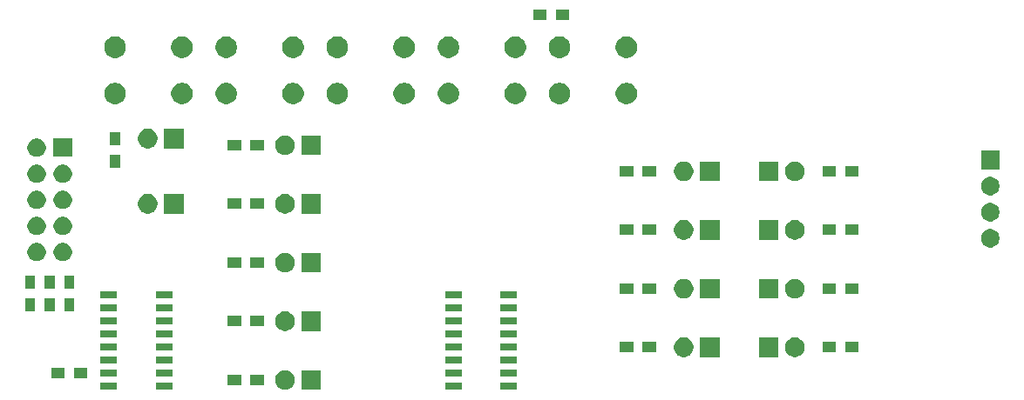
<source format=gbr>
G04 #@! TF.GenerationSoftware,KiCad,Pcbnew,(5.1.5)-3*
G04 #@! TF.CreationDate,2020-07-08T15:45:16+02:00*
G04 #@! TF.ProjectId,SBIO3,5342494f-332e-46b6-9963-61645f706362,rev?*
G04 #@! TF.SameCoordinates,Original*
G04 #@! TF.FileFunction,Soldermask,Top*
G04 #@! TF.FilePolarity,Negative*
%FSLAX46Y46*%
G04 Gerber Fmt 4.6, Leading zero omitted, Abs format (unit mm)*
G04 Created by KiCad (PCBNEW (5.1.5)-3) date 2020-07-08 15:45:16*
%MOMM*%
%LPD*%
G04 APERTURE LIST*
%ADD10C,0.100000*%
G04 APERTURE END LIST*
D10*
G36*
X89986000Y-176411000D02*
G01*
X88384000Y-176411000D01*
X88384000Y-175709000D01*
X89986000Y-175709000D01*
X89986000Y-176411000D01*
G37*
G36*
X118081000Y-176411000D02*
G01*
X116479000Y-176411000D01*
X116479000Y-175709000D01*
X118081000Y-175709000D01*
X118081000Y-176411000D01*
G37*
G36*
X123481000Y-176411000D02*
G01*
X121879000Y-176411000D01*
X121879000Y-175709000D01*
X123481000Y-175709000D01*
X123481000Y-176411000D01*
G37*
G36*
X84586000Y-176411000D02*
G01*
X82984000Y-176411000D01*
X82984000Y-175709000D01*
X84586000Y-175709000D01*
X84586000Y-176411000D01*
G37*
G36*
X104421000Y-176376000D02*
G01*
X102519000Y-176376000D01*
X102519000Y-174474000D01*
X104421000Y-174474000D01*
X104421000Y-176376000D01*
G37*
G36*
X101207395Y-174510546D02*
G01*
X101380466Y-174582234D01*
X101380467Y-174582235D01*
X101536227Y-174686310D01*
X101668690Y-174818773D01*
X101668691Y-174818775D01*
X101772766Y-174974534D01*
X101844454Y-175147605D01*
X101881000Y-175331333D01*
X101881000Y-175518667D01*
X101844454Y-175702395D01*
X101772766Y-175875466D01*
X101772765Y-175875467D01*
X101668690Y-176031227D01*
X101536227Y-176163690D01*
X101457818Y-176216081D01*
X101380466Y-176267766D01*
X101207395Y-176339454D01*
X101023667Y-176376000D01*
X100836333Y-176376000D01*
X100652605Y-176339454D01*
X100479534Y-176267766D01*
X100402182Y-176216081D01*
X100323773Y-176163690D01*
X100191310Y-176031227D01*
X100087235Y-175875467D01*
X100087234Y-175875466D01*
X100015546Y-175702395D01*
X99979000Y-175518667D01*
X99979000Y-175331333D01*
X100015546Y-175147605D01*
X100087234Y-174974534D01*
X100191309Y-174818775D01*
X100191310Y-174818773D01*
X100323773Y-174686310D01*
X100479533Y-174582235D01*
X100479534Y-174582234D01*
X100652605Y-174510546D01*
X100836333Y-174474000D01*
X101023667Y-174474000D01*
X101207395Y-174510546D01*
G37*
G36*
X98871000Y-175926000D02*
G01*
X97569000Y-175926000D01*
X97569000Y-174924000D01*
X98871000Y-174924000D01*
X98871000Y-175926000D01*
G37*
G36*
X96671000Y-175926000D02*
G01*
X95369000Y-175926000D01*
X95369000Y-174924000D01*
X96671000Y-174924000D01*
X96671000Y-175926000D01*
G37*
G36*
X79526000Y-175291000D02*
G01*
X78224000Y-175291000D01*
X78224000Y-174289000D01*
X79526000Y-174289000D01*
X79526000Y-175291000D01*
G37*
G36*
X81726000Y-175291000D02*
G01*
X80424000Y-175291000D01*
X80424000Y-174289000D01*
X81726000Y-174289000D01*
X81726000Y-175291000D01*
G37*
G36*
X84586000Y-175141000D02*
G01*
X82984000Y-175141000D01*
X82984000Y-174439000D01*
X84586000Y-174439000D01*
X84586000Y-175141000D01*
G37*
G36*
X123481000Y-175141000D02*
G01*
X121879000Y-175141000D01*
X121879000Y-174439000D01*
X123481000Y-174439000D01*
X123481000Y-175141000D01*
G37*
G36*
X118081000Y-175141000D02*
G01*
X116479000Y-175141000D01*
X116479000Y-174439000D01*
X118081000Y-174439000D01*
X118081000Y-175141000D01*
G37*
G36*
X89986000Y-175141000D02*
G01*
X88384000Y-175141000D01*
X88384000Y-174439000D01*
X89986000Y-174439000D01*
X89986000Y-175141000D01*
G37*
G36*
X84586000Y-173871000D02*
G01*
X82984000Y-173871000D01*
X82984000Y-173169000D01*
X84586000Y-173169000D01*
X84586000Y-173871000D01*
G37*
G36*
X123481000Y-173871000D02*
G01*
X121879000Y-173871000D01*
X121879000Y-173169000D01*
X123481000Y-173169000D01*
X123481000Y-173871000D01*
G37*
G36*
X118081000Y-173871000D02*
G01*
X116479000Y-173871000D01*
X116479000Y-173169000D01*
X118081000Y-173169000D01*
X118081000Y-173871000D01*
G37*
G36*
X89986000Y-173871000D02*
G01*
X88384000Y-173871000D01*
X88384000Y-173169000D01*
X89986000Y-173169000D01*
X89986000Y-173871000D01*
G37*
G36*
X143156000Y-173201000D02*
G01*
X141254000Y-173201000D01*
X141254000Y-171299000D01*
X143156000Y-171299000D01*
X143156000Y-173201000D01*
G37*
G36*
X139942395Y-171335546D02*
G01*
X140115466Y-171407234D01*
X140115467Y-171407235D01*
X140271227Y-171511310D01*
X140403690Y-171643773D01*
X140403691Y-171643775D01*
X140507766Y-171799534D01*
X140579454Y-171972605D01*
X140616000Y-172156333D01*
X140616000Y-172343667D01*
X140579454Y-172527395D01*
X140507766Y-172700466D01*
X140507765Y-172700467D01*
X140403690Y-172856227D01*
X140271227Y-172988690D01*
X140192818Y-173041081D01*
X140115466Y-173092766D01*
X139942395Y-173164454D01*
X139758667Y-173201000D01*
X139571333Y-173201000D01*
X139387605Y-173164454D01*
X139214534Y-173092766D01*
X139137182Y-173041081D01*
X139058773Y-172988690D01*
X138926310Y-172856227D01*
X138822235Y-172700467D01*
X138822234Y-172700466D01*
X138750546Y-172527395D01*
X138714000Y-172343667D01*
X138714000Y-172156333D01*
X138750546Y-171972605D01*
X138822234Y-171799534D01*
X138926309Y-171643775D01*
X138926310Y-171643773D01*
X139058773Y-171511310D01*
X139214533Y-171407235D01*
X139214534Y-171407234D01*
X139387605Y-171335546D01*
X139571333Y-171299000D01*
X139758667Y-171299000D01*
X139942395Y-171335546D01*
G37*
G36*
X148871000Y-173201000D02*
G01*
X146969000Y-173201000D01*
X146969000Y-171299000D01*
X148871000Y-171299000D01*
X148871000Y-173201000D01*
G37*
G36*
X150737395Y-171335546D02*
G01*
X150910466Y-171407234D01*
X150910467Y-171407235D01*
X151066227Y-171511310D01*
X151198690Y-171643773D01*
X151198691Y-171643775D01*
X151302766Y-171799534D01*
X151374454Y-171972605D01*
X151411000Y-172156333D01*
X151411000Y-172343667D01*
X151374454Y-172527395D01*
X151302766Y-172700466D01*
X151302765Y-172700467D01*
X151198690Y-172856227D01*
X151066227Y-172988690D01*
X150987818Y-173041081D01*
X150910466Y-173092766D01*
X150737395Y-173164454D01*
X150553667Y-173201000D01*
X150366333Y-173201000D01*
X150182605Y-173164454D01*
X150009534Y-173092766D01*
X149932182Y-173041081D01*
X149853773Y-172988690D01*
X149721310Y-172856227D01*
X149617235Y-172700467D01*
X149617234Y-172700466D01*
X149545546Y-172527395D01*
X149509000Y-172343667D01*
X149509000Y-172156333D01*
X149545546Y-171972605D01*
X149617234Y-171799534D01*
X149721309Y-171643775D01*
X149721310Y-171643773D01*
X149853773Y-171511310D01*
X150009533Y-171407235D01*
X150009534Y-171407234D01*
X150182605Y-171335546D01*
X150366333Y-171299000D01*
X150553667Y-171299000D01*
X150737395Y-171335546D01*
G37*
G36*
X154456000Y-172751000D02*
G01*
X153154000Y-172751000D01*
X153154000Y-171749000D01*
X154456000Y-171749000D01*
X154456000Y-172751000D01*
G37*
G36*
X136971000Y-172751000D02*
G01*
X135669000Y-172751000D01*
X135669000Y-171749000D01*
X136971000Y-171749000D01*
X136971000Y-172751000D01*
G37*
G36*
X134771000Y-172751000D02*
G01*
X133469000Y-172751000D01*
X133469000Y-171749000D01*
X134771000Y-171749000D01*
X134771000Y-172751000D01*
G37*
G36*
X156656000Y-172751000D02*
G01*
X155354000Y-172751000D01*
X155354000Y-171749000D01*
X156656000Y-171749000D01*
X156656000Y-172751000D01*
G37*
G36*
X84586000Y-172601000D02*
G01*
X82984000Y-172601000D01*
X82984000Y-171899000D01*
X84586000Y-171899000D01*
X84586000Y-172601000D01*
G37*
G36*
X89986000Y-172601000D02*
G01*
X88384000Y-172601000D01*
X88384000Y-171899000D01*
X89986000Y-171899000D01*
X89986000Y-172601000D01*
G37*
G36*
X123481000Y-172601000D02*
G01*
X121879000Y-172601000D01*
X121879000Y-171899000D01*
X123481000Y-171899000D01*
X123481000Y-172601000D01*
G37*
G36*
X118081000Y-172601000D02*
G01*
X116479000Y-172601000D01*
X116479000Y-171899000D01*
X118081000Y-171899000D01*
X118081000Y-172601000D01*
G37*
G36*
X118081000Y-171331000D02*
G01*
X116479000Y-171331000D01*
X116479000Y-170629000D01*
X118081000Y-170629000D01*
X118081000Y-171331000D01*
G37*
G36*
X123481000Y-171331000D02*
G01*
X121879000Y-171331000D01*
X121879000Y-170629000D01*
X123481000Y-170629000D01*
X123481000Y-171331000D01*
G37*
G36*
X84586000Y-171331000D02*
G01*
X82984000Y-171331000D01*
X82984000Y-170629000D01*
X84586000Y-170629000D01*
X84586000Y-171331000D01*
G37*
G36*
X89986000Y-171331000D02*
G01*
X88384000Y-171331000D01*
X88384000Y-170629000D01*
X89986000Y-170629000D01*
X89986000Y-171331000D01*
G37*
G36*
X104421000Y-170661000D02*
G01*
X102519000Y-170661000D01*
X102519000Y-168759000D01*
X104421000Y-168759000D01*
X104421000Y-170661000D01*
G37*
G36*
X101207395Y-168795546D02*
G01*
X101380466Y-168867234D01*
X101380467Y-168867235D01*
X101536227Y-168971310D01*
X101668690Y-169103773D01*
X101668691Y-169103775D01*
X101772766Y-169259534D01*
X101844454Y-169432605D01*
X101881000Y-169616333D01*
X101881000Y-169803667D01*
X101844454Y-169987395D01*
X101772766Y-170160466D01*
X101772765Y-170160467D01*
X101668690Y-170316227D01*
X101536227Y-170448690D01*
X101457818Y-170501081D01*
X101380466Y-170552766D01*
X101207395Y-170624454D01*
X101023667Y-170661000D01*
X100836333Y-170661000D01*
X100652605Y-170624454D01*
X100479534Y-170552766D01*
X100402182Y-170501081D01*
X100323773Y-170448690D01*
X100191310Y-170316227D01*
X100087235Y-170160467D01*
X100087234Y-170160466D01*
X100015546Y-169987395D01*
X99979000Y-169803667D01*
X99979000Y-169616333D01*
X100015546Y-169432605D01*
X100087234Y-169259534D01*
X100191309Y-169103775D01*
X100191310Y-169103773D01*
X100323773Y-168971310D01*
X100479533Y-168867235D01*
X100479534Y-168867234D01*
X100652605Y-168795546D01*
X100836333Y-168759000D01*
X101023667Y-168759000D01*
X101207395Y-168795546D01*
G37*
G36*
X98871000Y-170211000D02*
G01*
X97569000Y-170211000D01*
X97569000Y-169209000D01*
X98871000Y-169209000D01*
X98871000Y-170211000D01*
G37*
G36*
X96671000Y-170211000D02*
G01*
X95369000Y-170211000D01*
X95369000Y-169209000D01*
X96671000Y-169209000D01*
X96671000Y-170211000D01*
G37*
G36*
X118081000Y-170061000D02*
G01*
X116479000Y-170061000D01*
X116479000Y-169359000D01*
X118081000Y-169359000D01*
X118081000Y-170061000D01*
G37*
G36*
X84586000Y-170061000D02*
G01*
X82984000Y-170061000D01*
X82984000Y-169359000D01*
X84586000Y-169359000D01*
X84586000Y-170061000D01*
G37*
G36*
X89986000Y-170061000D02*
G01*
X88384000Y-170061000D01*
X88384000Y-169359000D01*
X89986000Y-169359000D01*
X89986000Y-170061000D01*
G37*
G36*
X123481000Y-170061000D02*
G01*
X121879000Y-170061000D01*
X121879000Y-169359000D01*
X123481000Y-169359000D01*
X123481000Y-170061000D01*
G37*
G36*
X84586000Y-168791000D02*
G01*
X82984000Y-168791000D01*
X82984000Y-168089000D01*
X84586000Y-168089000D01*
X84586000Y-168791000D01*
G37*
G36*
X123481000Y-168791000D02*
G01*
X121879000Y-168791000D01*
X121879000Y-168089000D01*
X123481000Y-168089000D01*
X123481000Y-168791000D01*
G37*
G36*
X118081000Y-168791000D02*
G01*
X116479000Y-168791000D01*
X116479000Y-168089000D01*
X118081000Y-168089000D01*
X118081000Y-168791000D01*
G37*
G36*
X89986000Y-168791000D02*
G01*
X88384000Y-168791000D01*
X88384000Y-168089000D01*
X89986000Y-168089000D01*
X89986000Y-168791000D01*
G37*
G36*
X78571000Y-168751000D02*
G01*
X77569000Y-168751000D01*
X77569000Y-167449000D01*
X78571000Y-167449000D01*
X78571000Y-168751000D01*
G37*
G36*
X80476000Y-168751000D02*
G01*
X79474000Y-168751000D01*
X79474000Y-167449000D01*
X80476000Y-167449000D01*
X80476000Y-168751000D01*
G37*
G36*
X76666000Y-168751000D02*
G01*
X75664000Y-168751000D01*
X75664000Y-167449000D01*
X76666000Y-167449000D01*
X76666000Y-168751000D01*
G37*
G36*
X89986000Y-167521000D02*
G01*
X88384000Y-167521000D01*
X88384000Y-166819000D01*
X89986000Y-166819000D01*
X89986000Y-167521000D01*
G37*
G36*
X118081000Y-167521000D02*
G01*
X116479000Y-167521000D01*
X116479000Y-166819000D01*
X118081000Y-166819000D01*
X118081000Y-167521000D01*
G37*
G36*
X84586000Y-167521000D02*
G01*
X82984000Y-167521000D01*
X82984000Y-166819000D01*
X84586000Y-166819000D01*
X84586000Y-167521000D01*
G37*
G36*
X123481000Y-167521000D02*
G01*
X121879000Y-167521000D01*
X121879000Y-166819000D01*
X123481000Y-166819000D01*
X123481000Y-167521000D01*
G37*
G36*
X150737395Y-165620546D02*
G01*
X150910466Y-165692234D01*
X150910467Y-165692235D01*
X151066227Y-165796310D01*
X151198690Y-165928773D01*
X151198691Y-165928775D01*
X151302766Y-166084534D01*
X151374454Y-166257605D01*
X151411000Y-166441333D01*
X151411000Y-166628667D01*
X151374454Y-166812395D01*
X151302766Y-166985466D01*
X151302765Y-166985467D01*
X151198690Y-167141227D01*
X151066227Y-167273690D01*
X150987818Y-167326081D01*
X150910466Y-167377766D01*
X150737395Y-167449454D01*
X150553667Y-167486000D01*
X150366333Y-167486000D01*
X150182605Y-167449454D01*
X150009534Y-167377766D01*
X149932182Y-167326081D01*
X149853773Y-167273690D01*
X149721310Y-167141227D01*
X149617235Y-166985467D01*
X149617234Y-166985466D01*
X149545546Y-166812395D01*
X149509000Y-166628667D01*
X149509000Y-166441333D01*
X149545546Y-166257605D01*
X149617234Y-166084534D01*
X149721309Y-165928775D01*
X149721310Y-165928773D01*
X149853773Y-165796310D01*
X150009533Y-165692235D01*
X150009534Y-165692234D01*
X150182605Y-165620546D01*
X150366333Y-165584000D01*
X150553667Y-165584000D01*
X150737395Y-165620546D01*
G37*
G36*
X139942395Y-165620546D02*
G01*
X140115466Y-165692234D01*
X140115467Y-165692235D01*
X140271227Y-165796310D01*
X140403690Y-165928773D01*
X140403691Y-165928775D01*
X140507766Y-166084534D01*
X140579454Y-166257605D01*
X140616000Y-166441333D01*
X140616000Y-166628667D01*
X140579454Y-166812395D01*
X140507766Y-166985466D01*
X140507765Y-166985467D01*
X140403690Y-167141227D01*
X140271227Y-167273690D01*
X140192818Y-167326081D01*
X140115466Y-167377766D01*
X139942395Y-167449454D01*
X139758667Y-167486000D01*
X139571333Y-167486000D01*
X139387605Y-167449454D01*
X139214534Y-167377766D01*
X139137182Y-167326081D01*
X139058773Y-167273690D01*
X138926310Y-167141227D01*
X138822235Y-166985467D01*
X138822234Y-166985466D01*
X138750546Y-166812395D01*
X138714000Y-166628667D01*
X138714000Y-166441333D01*
X138750546Y-166257605D01*
X138822234Y-166084534D01*
X138926309Y-165928775D01*
X138926310Y-165928773D01*
X139058773Y-165796310D01*
X139214533Y-165692235D01*
X139214534Y-165692234D01*
X139387605Y-165620546D01*
X139571333Y-165584000D01*
X139758667Y-165584000D01*
X139942395Y-165620546D01*
G37*
G36*
X143156000Y-167486000D02*
G01*
X141254000Y-167486000D01*
X141254000Y-165584000D01*
X143156000Y-165584000D01*
X143156000Y-167486000D01*
G37*
G36*
X148871000Y-167486000D02*
G01*
X146969000Y-167486000D01*
X146969000Y-165584000D01*
X148871000Y-165584000D01*
X148871000Y-167486000D01*
G37*
G36*
X134771000Y-167036000D02*
G01*
X133469000Y-167036000D01*
X133469000Y-166034000D01*
X134771000Y-166034000D01*
X134771000Y-167036000D01*
G37*
G36*
X136971000Y-167036000D02*
G01*
X135669000Y-167036000D01*
X135669000Y-166034000D01*
X136971000Y-166034000D01*
X136971000Y-167036000D01*
G37*
G36*
X156656000Y-167036000D02*
G01*
X155354000Y-167036000D01*
X155354000Y-166034000D01*
X156656000Y-166034000D01*
X156656000Y-167036000D01*
G37*
G36*
X154456000Y-167036000D02*
G01*
X153154000Y-167036000D01*
X153154000Y-166034000D01*
X154456000Y-166034000D01*
X154456000Y-167036000D01*
G37*
G36*
X78571000Y-166551000D02*
G01*
X77569000Y-166551000D01*
X77569000Y-165249000D01*
X78571000Y-165249000D01*
X78571000Y-166551000D01*
G37*
G36*
X76666000Y-166551000D02*
G01*
X75664000Y-166551000D01*
X75664000Y-165249000D01*
X76666000Y-165249000D01*
X76666000Y-166551000D01*
G37*
G36*
X80476000Y-166551000D02*
G01*
X79474000Y-166551000D01*
X79474000Y-165249000D01*
X80476000Y-165249000D01*
X80476000Y-166551000D01*
G37*
G36*
X104421000Y-164946000D02*
G01*
X102519000Y-164946000D01*
X102519000Y-163044000D01*
X104421000Y-163044000D01*
X104421000Y-164946000D01*
G37*
G36*
X101207395Y-163080546D02*
G01*
X101380466Y-163152234D01*
X101380467Y-163152235D01*
X101536227Y-163256310D01*
X101668690Y-163388773D01*
X101668691Y-163388775D01*
X101772766Y-163544534D01*
X101844454Y-163717605D01*
X101881000Y-163901333D01*
X101881000Y-164088667D01*
X101844454Y-164272395D01*
X101772766Y-164445466D01*
X101772765Y-164445467D01*
X101668690Y-164601227D01*
X101536227Y-164733690D01*
X101457818Y-164786081D01*
X101380466Y-164837766D01*
X101207395Y-164909454D01*
X101023667Y-164946000D01*
X100836333Y-164946000D01*
X100652605Y-164909454D01*
X100479534Y-164837766D01*
X100402182Y-164786081D01*
X100323773Y-164733690D01*
X100191310Y-164601227D01*
X100087235Y-164445467D01*
X100087234Y-164445466D01*
X100015546Y-164272395D01*
X99979000Y-164088667D01*
X99979000Y-163901333D01*
X100015546Y-163717605D01*
X100087234Y-163544534D01*
X100191309Y-163388775D01*
X100191310Y-163388773D01*
X100323773Y-163256310D01*
X100479533Y-163152235D01*
X100479534Y-163152234D01*
X100652605Y-163080546D01*
X100836333Y-163044000D01*
X101023667Y-163044000D01*
X101207395Y-163080546D01*
G37*
G36*
X98871000Y-164496000D02*
G01*
X97569000Y-164496000D01*
X97569000Y-163494000D01*
X98871000Y-163494000D01*
X98871000Y-164496000D01*
G37*
G36*
X96671000Y-164496000D02*
G01*
X95369000Y-164496000D01*
X95369000Y-163494000D01*
X96671000Y-163494000D01*
X96671000Y-164496000D01*
G37*
G36*
X79453512Y-162082927D02*
G01*
X79602812Y-162112624D01*
X79766784Y-162180544D01*
X79914354Y-162279147D01*
X80039853Y-162404646D01*
X80138456Y-162552216D01*
X80206376Y-162716188D01*
X80241000Y-162890259D01*
X80241000Y-163067741D01*
X80206376Y-163241812D01*
X80138456Y-163405784D01*
X80039853Y-163553354D01*
X79914354Y-163678853D01*
X79766784Y-163777456D01*
X79602812Y-163845376D01*
X79453512Y-163875073D01*
X79428742Y-163880000D01*
X79251258Y-163880000D01*
X79226488Y-163875073D01*
X79077188Y-163845376D01*
X78913216Y-163777456D01*
X78765646Y-163678853D01*
X78640147Y-163553354D01*
X78541544Y-163405784D01*
X78473624Y-163241812D01*
X78439000Y-163067741D01*
X78439000Y-162890259D01*
X78473624Y-162716188D01*
X78541544Y-162552216D01*
X78640147Y-162404646D01*
X78765646Y-162279147D01*
X78913216Y-162180544D01*
X79077188Y-162112624D01*
X79226488Y-162082927D01*
X79251258Y-162078000D01*
X79428742Y-162078000D01*
X79453512Y-162082927D01*
G37*
G36*
X76913512Y-162082927D02*
G01*
X77062812Y-162112624D01*
X77226784Y-162180544D01*
X77374354Y-162279147D01*
X77499853Y-162404646D01*
X77598456Y-162552216D01*
X77666376Y-162716188D01*
X77701000Y-162890259D01*
X77701000Y-163067741D01*
X77666376Y-163241812D01*
X77598456Y-163405784D01*
X77499853Y-163553354D01*
X77374354Y-163678853D01*
X77226784Y-163777456D01*
X77062812Y-163845376D01*
X76913512Y-163875073D01*
X76888742Y-163880000D01*
X76711258Y-163880000D01*
X76686488Y-163875073D01*
X76537188Y-163845376D01*
X76373216Y-163777456D01*
X76225646Y-163678853D01*
X76100147Y-163553354D01*
X76001544Y-163405784D01*
X75933624Y-163241812D01*
X75899000Y-163067741D01*
X75899000Y-162890259D01*
X75933624Y-162716188D01*
X76001544Y-162552216D01*
X76100147Y-162404646D01*
X76225646Y-162279147D01*
X76373216Y-162180544D01*
X76537188Y-162112624D01*
X76686488Y-162082927D01*
X76711258Y-162078000D01*
X76888742Y-162078000D01*
X76913512Y-162082927D01*
G37*
G36*
X169560012Y-160749427D02*
G01*
X169709312Y-160779124D01*
X169873284Y-160847044D01*
X170020854Y-160945647D01*
X170146353Y-161071146D01*
X170244956Y-161218716D01*
X170312876Y-161382688D01*
X170347500Y-161556759D01*
X170347500Y-161734241D01*
X170312876Y-161908312D01*
X170244956Y-162072284D01*
X170146353Y-162219854D01*
X170020854Y-162345353D01*
X169873284Y-162443956D01*
X169709312Y-162511876D01*
X169560012Y-162541573D01*
X169535242Y-162546500D01*
X169357758Y-162546500D01*
X169332988Y-162541573D01*
X169183688Y-162511876D01*
X169019716Y-162443956D01*
X168872146Y-162345353D01*
X168746647Y-162219854D01*
X168648044Y-162072284D01*
X168580124Y-161908312D01*
X168545500Y-161734241D01*
X168545500Y-161556759D01*
X168580124Y-161382688D01*
X168648044Y-161218716D01*
X168746647Y-161071146D01*
X168872146Y-160945647D01*
X169019716Y-160847044D01*
X169183688Y-160779124D01*
X169332988Y-160749427D01*
X169357758Y-160744500D01*
X169535242Y-160744500D01*
X169560012Y-160749427D01*
G37*
G36*
X139942395Y-159905546D02*
G01*
X140115466Y-159977234D01*
X140167820Y-160012216D01*
X140271227Y-160081310D01*
X140403690Y-160213773D01*
X140403691Y-160213775D01*
X140507766Y-160369534D01*
X140579454Y-160542605D01*
X140616000Y-160726333D01*
X140616000Y-160913667D01*
X140579454Y-161097395D01*
X140507766Y-161270466D01*
X140484440Y-161305376D01*
X140403690Y-161426227D01*
X140271227Y-161558690D01*
X140192818Y-161611081D01*
X140115466Y-161662766D01*
X139942395Y-161734454D01*
X139758667Y-161771000D01*
X139571333Y-161771000D01*
X139387605Y-161734454D01*
X139214534Y-161662766D01*
X139137182Y-161611081D01*
X139058773Y-161558690D01*
X138926310Y-161426227D01*
X138845560Y-161305376D01*
X138822234Y-161270466D01*
X138750546Y-161097395D01*
X138714000Y-160913667D01*
X138714000Y-160726333D01*
X138750546Y-160542605D01*
X138822234Y-160369534D01*
X138926309Y-160213775D01*
X138926310Y-160213773D01*
X139058773Y-160081310D01*
X139162180Y-160012216D01*
X139214534Y-159977234D01*
X139387605Y-159905546D01*
X139571333Y-159869000D01*
X139758667Y-159869000D01*
X139942395Y-159905546D01*
G37*
G36*
X143156000Y-161771000D02*
G01*
X141254000Y-161771000D01*
X141254000Y-159869000D01*
X143156000Y-159869000D01*
X143156000Y-161771000D01*
G37*
G36*
X148871000Y-161771000D02*
G01*
X146969000Y-161771000D01*
X146969000Y-159869000D01*
X148871000Y-159869000D01*
X148871000Y-161771000D01*
G37*
G36*
X150737395Y-159905546D02*
G01*
X150910466Y-159977234D01*
X150962820Y-160012216D01*
X151066227Y-160081310D01*
X151198690Y-160213773D01*
X151198691Y-160213775D01*
X151302766Y-160369534D01*
X151374454Y-160542605D01*
X151411000Y-160726333D01*
X151411000Y-160913667D01*
X151374454Y-161097395D01*
X151302766Y-161270466D01*
X151279440Y-161305376D01*
X151198690Y-161426227D01*
X151066227Y-161558690D01*
X150987818Y-161611081D01*
X150910466Y-161662766D01*
X150737395Y-161734454D01*
X150553667Y-161771000D01*
X150366333Y-161771000D01*
X150182605Y-161734454D01*
X150009534Y-161662766D01*
X149932182Y-161611081D01*
X149853773Y-161558690D01*
X149721310Y-161426227D01*
X149640560Y-161305376D01*
X149617234Y-161270466D01*
X149545546Y-161097395D01*
X149509000Y-160913667D01*
X149509000Y-160726333D01*
X149545546Y-160542605D01*
X149617234Y-160369534D01*
X149721309Y-160213775D01*
X149721310Y-160213773D01*
X149853773Y-160081310D01*
X149957180Y-160012216D01*
X150009534Y-159977234D01*
X150182605Y-159905546D01*
X150366333Y-159869000D01*
X150553667Y-159869000D01*
X150737395Y-159905546D01*
G37*
G36*
X76913512Y-159542927D02*
G01*
X77062812Y-159572624D01*
X77226784Y-159640544D01*
X77374354Y-159739147D01*
X77499853Y-159864646D01*
X77598456Y-160012216D01*
X77666376Y-160176188D01*
X77694782Y-160319000D01*
X77701000Y-160350258D01*
X77701000Y-160527742D01*
X77696073Y-160552512D01*
X77666376Y-160701812D01*
X77598456Y-160865784D01*
X77499853Y-161013354D01*
X77374354Y-161138853D01*
X77226784Y-161237456D01*
X77062812Y-161305376D01*
X76913512Y-161335073D01*
X76888742Y-161340000D01*
X76711258Y-161340000D01*
X76686488Y-161335073D01*
X76537188Y-161305376D01*
X76373216Y-161237456D01*
X76225646Y-161138853D01*
X76100147Y-161013354D01*
X76001544Y-160865784D01*
X75933624Y-160701812D01*
X75903927Y-160552512D01*
X75899000Y-160527742D01*
X75899000Y-160350258D01*
X75905218Y-160319000D01*
X75933624Y-160176188D01*
X76001544Y-160012216D01*
X76100147Y-159864646D01*
X76225646Y-159739147D01*
X76373216Y-159640544D01*
X76537188Y-159572624D01*
X76686488Y-159542927D01*
X76711258Y-159538000D01*
X76888742Y-159538000D01*
X76913512Y-159542927D01*
G37*
G36*
X79453512Y-159542927D02*
G01*
X79602812Y-159572624D01*
X79766784Y-159640544D01*
X79914354Y-159739147D01*
X80039853Y-159864646D01*
X80138456Y-160012216D01*
X80206376Y-160176188D01*
X80234782Y-160319000D01*
X80241000Y-160350258D01*
X80241000Y-160527742D01*
X80236073Y-160552512D01*
X80206376Y-160701812D01*
X80138456Y-160865784D01*
X80039853Y-161013354D01*
X79914354Y-161138853D01*
X79766784Y-161237456D01*
X79602812Y-161305376D01*
X79453512Y-161335073D01*
X79428742Y-161340000D01*
X79251258Y-161340000D01*
X79226488Y-161335073D01*
X79077188Y-161305376D01*
X78913216Y-161237456D01*
X78765646Y-161138853D01*
X78640147Y-161013354D01*
X78541544Y-160865784D01*
X78473624Y-160701812D01*
X78443927Y-160552512D01*
X78439000Y-160527742D01*
X78439000Y-160350258D01*
X78445218Y-160319000D01*
X78473624Y-160176188D01*
X78541544Y-160012216D01*
X78640147Y-159864646D01*
X78765646Y-159739147D01*
X78913216Y-159640544D01*
X79077188Y-159572624D01*
X79226488Y-159542927D01*
X79251258Y-159538000D01*
X79428742Y-159538000D01*
X79453512Y-159542927D01*
G37*
G36*
X154456000Y-161321000D02*
G01*
X153154000Y-161321000D01*
X153154000Y-160319000D01*
X154456000Y-160319000D01*
X154456000Y-161321000D01*
G37*
G36*
X156656000Y-161321000D02*
G01*
X155354000Y-161321000D01*
X155354000Y-160319000D01*
X156656000Y-160319000D01*
X156656000Y-161321000D01*
G37*
G36*
X134771000Y-161321000D02*
G01*
X133469000Y-161321000D01*
X133469000Y-160319000D01*
X134771000Y-160319000D01*
X134771000Y-161321000D01*
G37*
G36*
X136971000Y-161321000D02*
G01*
X135669000Y-161321000D01*
X135669000Y-160319000D01*
X136971000Y-160319000D01*
X136971000Y-161321000D01*
G37*
G36*
X169560012Y-158209427D02*
G01*
X169709312Y-158239124D01*
X169873284Y-158307044D01*
X170020854Y-158405647D01*
X170146353Y-158531146D01*
X170244956Y-158678716D01*
X170312876Y-158842688D01*
X170347500Y-159016759D01*
X170347500Y-159194241D01*
X170312876Y-159368312D01*
X170244956Y-159532284D01*
X170146353Y-159679854D01*
X170020854Y-159805353D01*
X169873284Y-159903956D01*
X169709312Y-159971876D01*
X169560012Y-160001573D01*
X169535242Y-160006500D01*
X169357758Y-160006500D01*
X169332988Y-160001573D01*
X169183688Y-159971876D01*
X169019716Y-159903956D01*
X168872146Y-159805353D01*
X168746647Y-159679854D01*
X168648044Y-159532284D01*
X168580124Y-159368312D01*
X168545500Y-159194241D01*
X168545500Y-159016759D01*
X168580124Y-158842688D01*
X168648044Y-158678716D01*
X168746647Y-158531146D01*
X168872146Y-158405647D01*
X169019716Y-158307044D01*
X169183688Y-158239124D01*
X169332988Y-158209427D01*
X169357758Y-158204500D01*
X169535242Y-158204500D01*
X169560012Y-158209427D01*
G37*
G36*
X101207395Y-157365546D02*
G01*
X101380466Y-157437234D01*
X101432820Y-157472216D01*
X101536227Y-157541310D01*
X101668690Y-157673773D01*
X101668691Y-157673775D01*
X101772766Y-157829534D01*
X101844454Y-158002605D01*
X101881000Y-158186333D01*
X101881000Y-158373667D01*
X101844454Y-158557395D01*
X101772766Y-158730466D01*
X101749440Y-158765376D01*
X101668690Y-158886227D01*
X101536227Y-159018690D01*
X101457818Y-159071081D01*
X101380466Y-159122766D01*
X101207395Y-159194454D01*
X101023667Y-159231000D01*
X100836333Y-159231000D01*
X100652605Y-159194454D01*
X100479534Y-159122766D01*
X100402182Y-159071081D01*
X100323773Y-159018690D01*
X100191310Y-158886227D01*
X100110560Y-158765376D01*
X100087234Y-158730466D01*
X100015546Y-158557395D01*
X99979000Y-158373667D01*
X99979000Y-158186333D01*
X100015546Y-158002605D01*
X100087234Y-157829534D01*
X100191309Y-157673775D01*
X100191310Y-157673773D01*
X100323773Y-157541310D01*
X100427180Y-157472216D01*
X100479534Y-157437234D01*
X100652605Y-157365546D01*
X100836333Y-157329000D01*
X101023667Y-157329000D01*
X101207395Y-157365546D01*
G37*
G36*
X87872395Y-157365546D02*
G01*
X88045466Y-157437234D01*
X88097820Y-157472216D01*
X88201227Y-157541310D01*
X88333690Y-157673773D01*
X88333691Y-157673775D01*
X88437766Y-157829534D01*
X88509454Y-158002605D01*
X88546000Y-158186333D01*
X88546000Y-158373667D01*
X88509454Y-158557395D01*
X88437766Y-158730466D01*
X88414440Y-158765376D01*
X88333690Y-158886227D01*
X88201227Y-159018690D01*
X88122818Y-159071081D01*
X88045466Y-159122766D01*
X87872395Y-159194454D01*
X87688667Y-159231000D01*
X87501333Y-159231000D01*
X87317605Y-159194454D01*
X87144534Y-159122766D01*
X87067182Y-159071081D01*
X86988773Y-159018690D01*
X86856310Y-158886227D01*
X86775560Y-158765376D01*
X86752234Y-158730466D01*
X86680546Y-158557395D01*
X86644000Y-158373667D01*
X86644000Y-158186333D01*
X86680546Y-158002605D01*
X86752234Y-157829534D01*
X86856309Y-157673775D01*
X86856310Y-157673773D01*
X86988773Y-157541310D01*
X87092180Y-157472216D01*
X87144534Y-157437234D01*
X87317605Y-157365546D01*
X87501333Y-157329000D01*
X87688667Y-157329000D01*
X87872395Y-157365546D01*
G37*
G36*
X91086000Y-159231000D02*
G01*
X89184000Y-159231000D01*
X89184000Y-157329000D01*
X91086000Y-157329000D01*
X91086000Y-159231000D01*
G37*
G36*
X104421000Y-159231000D02*
G01*
X102519000Y-159231000D01*
X102519000Y-157329000D01*
X104421000Y-157329000D01*
X104421000Y-159231000D01*
G37*
G36*
X79453512Y-157002927D02*
G01*
X79602812Y-157032624D01*
X79766784Y-157100544D01*
X79914354Y-157199147D01*
X80039853Y-157324646D01*
X80138456Y-157472216D01*
X80206376Y-157636188D01*
X80234782Y-157779000D01*
X80241000Y-157810258D01*
X80241000Y-157987742D01*
X80236073Y-158012512D01*
X80206376Y-158161812D01*
X80138456Y-158325784D01*
X80039853Y-158473354D01*
X79914354Y-158598853D01*
X79766784Y-158697456D01*
X79602812Y-158765376D01*
X79453512Y-158795073D01*
X79428742Y-158800000D01*
X79251258Y-158800000D01*
X79226488Y-158795073D01*
X79077188Y-158765376D01*
X78913216Y-158697456D01*
X78765646Y-158598853D01*
X78640147Y-158473354D01*
X78541544Y-158325784D01*
X78473624Y-158161812D01*
X78443927Y-158012512D01*
X78439000Y-157987742D01*
X78439000Y-157810258D01*
X78445218Y-157779000D01*
X78473624Y-157636188D01*
X78541544Y-157472216D01*
X78640147Y-157324646D01*
X78765646Y-157199147D01*
X78913216Y-157100544D01*
X79077188Y-157032624D01*
X79226488Y-157002927D01*
X79251258Y-156998000D01*
X79428742Y-156998000D01*
X79453512Y-157002927D01*
G37*
G36*
X76913512Y-157002927D02*
G01*
X77062812Y-157032624D01*
X77226784Y-157100544D01*
X77374354Y-157199147D01*
X77499853Y-157324646D01*
X77598456Y-157472216D01*
X77666376Y-157636188D01*
X77694782Y-157779000D01*
X77701000Y-157810258D01*
X77701000Y-157987742D01*
X77696073Y-158012512D01*
X77666376Y-158161812D01*
X77598456Y-158325784D01*
X77499853Y-158473354D01*
X77374354Y-158598853D01*
X77226784Y-158697456D01*
X77062812Y-158765376D01*
X76913512Y-158795073D01*
X76888742Y-158800000D01*
X76711258Y-158800000D01*
X76686488Y-158795073D01*
X76537188Y-158765376D01*
X76373216Y-158697456D01*
X76225646Y-158598853D01*
X76100147Y-158473354D01*
X76001544Y-158325784D01*
X75933624Y-158161812D01*
X75903927Y-158012512D01*
X75899000Y-157987742D01*
X75899000Y-157810258D01*
X75905218Y-157779000D01*
X75933624Y-157636188D01*
X76001544Y-157472216D01*
X76100147Y-157324646D01*
X76225646Y-157199147D01*
X76373216Y-157100544D01*
X76537188Y-157032624D01*
X76686488Y-157002927D01*
X76711258Y-156998000D01*
X76888742Y-156998000D01*
X76913512Y-157002927D01*
G37*
G36*
X96671000Y-158781000D02*
G01*
X95369000Y-158781000D01*
X95369000Y-157779000D01*
X96671000Y-157779000D01*
X96671000Y-158781000D01*
G37*
G36*
X98871000Y-158781000D02*
G01*
X97569000Y-158781000D01*
X97569000Y-157779000D01*
X98871000Y-157779000D01*
X98871000Y-158781000D01*
G37*
G36*
X169560012Y-155669427D02*
G01*
X169709312Y-155699124D01*
X169873284Y-155767044D01*
X170020854Y-155865647D01*
X170146353Y-155991146D01*
X170244956Y-156138716D01*
X170312876Y-156302688D01*
X170347500Y-156476759D01*
X170347500Y-156654241D01*
X170312876Y-156828312D01*
X170244956Y-156992284D01*
X170146353Y-157139854D01*
X170020854Y-157265353D01*
X169873284Y-157363956D01*
X169709312Y-157431876D01*
X169560012Y-157461573D01*
X169535242Y-157466500D01*
X169357758Y-157466500D01*
X169332988Y-157461573D01*
X169183688Y-157431876D01*
X169019716Y-157363956D01*
X168872146Y-157265353D01*
X168746647Y-157139854D01*
X168648044Y-156992284D01*
X168580124Y-156828312D01*
X168545500Y-156654241D01*
X168545500Y-156476759D01*
X168580124Y-156302688D01*
X168648044Y-156138716D01*
X168746647Y-155991146D01*
X168872146Y-155865647D01*
X169019716Y-155767044D01*
X169183688Y-155699124D01*
X169332988Y-155669427D01*
X169357758Y-155664500D01*
X169535242Y-155664500D01*
X169560012Y-155669427D01*
G37*
G36*
X76913512Y-154462927D02*
G01*
X77062812Y-154492624D01*
X77226784Y-154560544D01*
X77374354Y-154659147D01*
X77499853Y-154784646D01*
X77598456Y-154932216D01*
X77666376Y-155096188D01*
X77701000Y-155270259D01*
X77701000Y-155447741D01*
X77666376Y-155621812D01*
X77598456Y-155785784D01*
X77499853Y-155933354D01*
X77374354Y-156058853D01*
X77226784Y-156157456D01*
X77062812Y-156225376D01*
X76913512Y-156255073D01*
X76888742Y-156260000D01*
X76711258Y-156260000D01*
X76686488Y-156255073D01*
X76537188Y-156225376D01*
X76373216Y-156157456D01*
X76225646Y-156058853D01*
X76100147Y-155933354D01*
X76001544Y-155785784D01*
X75933624Y-155621812D01*
X75899000Y-155447741D01*
X75899000Y-155270259D01*
X75933624Y-155096188D01*
X76001544Y-154932216D01*
X76100147Y-154784646D01*
X76225646Y-154659147D01*
X76373216Y-154560544D01*
X76537188Y-154492624D01*
X76686488Y-154462927D01*
X76711258Y-154458000D01*
X76888742Y-154458000D01*
X76913512Y-154462927D01*
G37*
G36*
X79453512Y-154462927D02*
G01*
X79602812Y-154492624D01*
X79766784Y-154560544D01*
X79914354Y-154659147D01*
X80039853Y-154784646D01*
X80138456Y-154932216D01*
X80206376Y-155096188D01*
X80241000Y-155270259D01*
X80241000Y-155447741D01*
X80206376Y-155621812D01*
X80138456Y-155785784D01*
X80039853Y-155933354D01*
X79914354Y-156058853D01*
X79766784Y-156157456D01*
X79602812Y-156225376D01*
X79453512Y-156255073D01*
X79428742Y-156260000D01*
X79251258Y-156260000D01*
X79226488Y-156255073D01*
X79077188Y-156225376D01*
X78913216Y-156157456D01*
X78765646Y-156058853D01*
X78640147Y-155933354D01*
X78541544Y-155785784D01*
X78473624Y-155621812D01*
X78439000Y-155447741D01*
X78439000Y-155270259D01*
X78473624Y-155096188D01*
X78541544Y-154932216D01*
X78640147Y-154784646D01*
X78765646Y-154659147D01*
X78913216Y-154560544D01*
X79077188Y-154492624D01*
X79226488Y-154462927D01*
X79251258Y-154458000D01*
X79428742Y-154458000D01*
X79453512Y-154462927D01*
G37*
G36*
X143156000Y-156056000D02*
G01*
X141254000Y-156056000D01*
X141254000Y-154154000D01*
X143156000Y-154154000D01*
X143156000Y-156056000D01*
G37*
G36*
X139942395Y-154190546D02*
G01*
X140115466Y-154262234D01*
X140115467Y-154262235D01*
X140271227Y-154366310D01*
X140403690Y-154498773D01*
X140403691Y-154498775D01*
X140507766Y-154654534D01*
X140579454Y-154827605D01*
X140616000Y-155011333D01*
X140616000Y-155198667D01*
X140579454Y-155382395D01*
X140507766Y-155555466D01*
X140507765Y-155555467D01*
X140403690Y-155711227D01*
X140271227Y-155843690D01*
X140238366Y-155865647D01*
X140115466Y-155947766D01*
X139942395Y-156019454D01*
X139758667Y-156056000D01*
X139571333Y-156056000D01*
X139387605Y-156019454D01*
X139214534Y-155947766D01*
X139091634Y-155865647D01*
X139058773Y-155843690D01*
X138926310Y-155711227D01*
X138822235Y-155555467D01*
X138822234Y-155555466D01*
X138750546Y-155382395D01*
X138714000Y-155198667D01*
X138714000Y-155011333D01*
X138750546Y-154827605D01*
X138822234Y-154654534D01*
X138926309Y-154498775D01*
X138926310Y-154498773D01*
X139058773Y-154366310D01*
X139214533Y-154262235D01*
X139214534Y-154262234D01*
X139387605Y-154190546D01*
X139571333Y-154154000D01*
X139758667Y-154154000D01*
X139942395Y-154190546D01*
G37*
G36*
X148871000Y-156056000D02*
G01*
X146969000Y-156056000D01*
X146969000Y-154154000D01*
X148871000Y-154154000D01*
X148871000Y-156056000D01*
G37*
G36*
X150737395Y-154190546D02*
G01*
X150910466Y-154262234D01*
X150910467Y-154262235D01*
X151066227Y-154366310D01*
X151198690Y-154498773D01*
X151198691Y-154498775D01*
X151302766Y-154654534D01*
X151374454Y-154827605D01*
X151411000Y-155011333D01*
X151411000Y-155198667D01*
X151374454Y-155382395D01*
X151302766Y-155555466D01*
X151302765Y-155555467D01*
X151198690Y-155711227D01*
X151066227Y-155843690D01*
X151033366Y-155865647D01*
X150910466Y-155947766D01*
X150737395Y-156019454D01*
X150553667Y-156056000D01*
X150366333Y-156056000D01*
X150182605Y-156019454D01*
X150009534Y-155947766D01*
X149886634Y-155865647D01*
X149853773Y-155843690D01*
X149721310Y-155711227D01*
X149617235Y-155555467D01*
X149617234Y-155555466D01*
X149545546Y-155382395D01*
X149509000Y-155198667D01*
X149509000Y-155011333D01*
X149545546Y-154827605D01*
X149617234Y-154654534D01*
X149721309Y-154498775D01*
X149721310Y-154498773D01*
X149853773Y-154366310D01*
X150009533Y-154262235D01*
X150009534Y-154262234D01*
X150182605Y-154190546D01*
X150366333Y-154154000D01*
X150553667Y-154154000D01*
X150737395Y-154190546D01*
G37*
G36*
X154456000Y-155606000D02*
G01*
X153154000Y-155606000D01*
X153154000Y-154604000D01*
X154456000Y-154604000D01*
X154456000Y-155606000D01*
G37*
G36*
X156656000Y-155606000D02*
G01*
X155354000Y-155606000D01*
X155354000Y-154604000D01*
X156656000Y-154604000D01*
X156656000Y-155606000D01*
G37*
G36*
X134771000Y-155606000D02*
G01*
X133469000Y-155606000D01*
X133469000Y-154604000D01*
X134771000Y-154604000D01*
X134771000Y-155606000D01*
G37*
G36*
X136971000Y-155606000D02*
G01*
X135669000Y-155606000D01*
X135669000Y-154604000D01*
X136971000Y-154604000D01*
X136971000Y-155606000D01*
G37*
G36*
X170347500Y-154926500D02*
G01*
X168545500Y-154926500D01*
X168545500Y-153124500D01*
X170347500Y-153124500D01*
X170347500Y-154926500D01*
G37*
G36*
X84921000Y-154781000D02*
G01*
X83919000Y-154781000D01*
X83919000Y-153479000D01*
X84921000Y-153479000D01*
X84921000Y-154781000D01*
G37*
G36*
X80241000Y-153720000D02*
G01*
X78439000Y-153720000D01*
X78439000Y-151918000D01*
X80241000Y-151918000D01*
X80241000Y-153720000D01*
G37*
G36*
X76913512Y-151922927D02*
G01*
X77062812Y-151952624D01*
X77226784Y-152020544D01*
X77374354Y-152119147D01*
X77499853Y-152244646D01*
X77598456Y-152392216D01*
X77666376Y-152556188D01*
X77701000Y-152730259D01*
X77701000Y-152907741D01*
X77666376Y-153081812D01*
X77598456Y-153245784D01*
X77499853Y-153393354D01*
X77374354Y-153518853D01*
X77226784Y-153617456D01*
X77062812Y-153685376D01*
X76913512Y-153715073D01*
X76888742Y-153720000D01*
X76711258Y-153720000D01*
X76686488Y-153715073D01*
X76537188Y-153685376D01*
X76373216Y-153617456D01*
X76225646Y-153518853D01*
X76100147Y-153393354D01*
X76001544Y-153245784D01*
X75933624Y-153081812D01*
X75899000Y-152907741D01*
X75899000Y-152730259D01*
X75933624Y-152556188D01*
X76001544Y-152392216D01*
X76100147Y-152244646D01*
X76225646Y-152119147D01*
X76373216Y-152020544D01*
X76537188Y-151952624D01*
X76686488Y-151922927D01*
X76711258Y-151918000D01*
X76888742Y-151918000D01*
X76913512Y-151922927D01*
G37*
G36*
X101207395Y-151650546D02*
G01*
X101380466Y-151722234D01*
X101380467Y-151722235D01*
X101536227Y-151826310D01*
X101668690Y-151958773D01*
X101668691Y-151958775D01*
X101772766Y-152114534D01*
X101844454Y-152287605D01*
X101881000Y-152471333D01*
X101881000Y-152658667D01*
X101844454Y-152842395D01*
X101772766Y-153015466D01*
X101772765Y-153015467D01*
X101668690Y-153171227D01*
X101536227Y-153303690D01*
X101457818Y-153356081D01*
X101380466Y-153407766D01*
X101207395Y-153479454D01*
X101023667Y-153516000D01*
X100836333Y-153516000D01*
X100652605Y-153479454D01*
X100479534Y-153407766D01*
X100402182Y-153356081D01*
X100323773Y-153303690D01*
X100191310Y-153171227D01*
X100087235Y-153015467D01*
X100087234Y-153015466D01*
X100015546Y-152842395D01*
X99979000Y-152658667D01*
X99979000Y-152471333D01*
X100015546Y-152287605D01*
X100087234Y-152114534D01*
X100191309Y-151958775D01*
X100191310Y-151958773D01*
X100323773Y-151826310D01*
X100479533Y-151722235D01*
X100479534Y-151722234D01*
X100652605Y-151650546D01*
X100836333Y-151614000D01*
X101023667Y-151614000D01*
X101207395Y-151650546D01*
G37*
G36*
X104421000Y-153516000D02*
G01*
X102519000Y-153516000D01*
X102519000Y-151614000D01*
X104421000Y-151614000D01*
X104421000Y-153516000D01*
G37*
G36*
X96671000Y-153066000D02*
G01*
X95369000Y-153066000D01*
X95369000Y-152064000D01*
X96671000Y-152064000D01*
X96671000Y-153066000D01*
G37*
G36*
X98871000Y-153066000D02*
G01*
X97569000Y-153066000D01*
X97569000Y-152064000D01*
X98871000Y-152064000D01*
X98871000Y-153066000D01*
G37*
G36*
X87872395Y-151015546D02*
G01*
X88045466Y-151087234D01*
X88045467Y-151087235D01*
X88201227Y-151191310D01*
X88333690Y-151323773D01*
X88333691Y-151323775D01*
X88437766Y-151479534D01*
X88509454Y-151652605D01*
X88546000Y-151836333D01*
X88546000Y-152023667D01*
X88509454Y-152207395D01*
X88437766Y-152380466D01*
X88386081Y-152457818D01*
X88333690Y-152536227D01*
X88201227Y-152668690D01*
X88122818Y-152721081D01*
X88045466Y-152772766D01*
X87872395Y-152844454D01*
X87688667Y-152881000D01*
X87501333Y-152881000D01*
X87317605Y-152844454D01*
X87144534Y-152772766D01*
X87067182Y-152721081D01*
X86988773Y-152668690D01*
X86856310Y-152536227D01*
X86803919Y-152457818D01*
X86752234Y-152380466D01*
X86680546Y-152207395D01*
X86644000Y-152023667D01*
X86644000Y-151836333D01*
X86680546Y-151652605D01*
X86752234Y-151479534D01*
X86856309Y-151323775D01*
X86856310Y-151323773D01*
X86988773Y-151191310D01*
X87144533Y-151087235D01*
X87144534Y-151087234D01*
X87317605Y-151015546D01*
X87501333Y-150979000D01*
X87688667Y-150979000D01*
X87872395Y-151015546D01*
G37*
G36*
X91086000Y-152881000D02*
G01*
X89184000Y-152881000D01*
X89184000Y-150979000D01*
X91086000Y-150979000D01*
X91086000Y-152881000D01*
G37*
G36*
X84921000Y-152581000D02*
G01*
X83919000Y-152581000D01*
X83919000Y-151279000D01*
X84921000Y-151279000D01*
X84921000Y-152581000D01*
G37*
G36*
X127906564Y-146529389D02*
G01*
X128097833Y-146608615D01*
X128097835Y-146608616D01*
X128269973Y-146723635D01*
X128416365Y-146870027D01*
X128531385Y-147042167D01*
X128610611Y-147233436D01*
X128651000Y-147436484D01*
X128651000Y-147643516D01*
X128610611Y-147846564D01*
X128531385Y-148037833D01*
X128531384Y-148037835D01*
X128416365Y-148209973D01*
X128269973Y-148356365D01*
X128097835Y-148471384D01*
X128097834Y-148471385D01*
X128097833Y-148471385D01*
X127906564Y-148550611D01*
X127703516Y-148591000D01*
X127496484Y-148591000D01*
X127293436Y-148550611D01*
X127102167Y-148471385D01*
X127102166Y-148471385D01*
X127102165Y-148471384D01*
X126930027Y-148356365D01*
X126783635Y-148209973D01*
X126668616Y-148037835D01*
X126668615Y-148037833D01*
X126589389Y-147846564D01*
X126549000Y-147643516D01*
X126549000Y-147436484D01*
X126589389Y-147233436D01*
X126668615Y-147042167D01*
X126783635Y-146870027D01*
X126930027Y-146723635D01*
X127102165Y-146608616D01*
X127102167Y-146608615D01*
X127293436Y-146529389D01*
X127496484Y-146489000D01*
X127703516Y-146489000D01*
X127906564Y-146529389D01*
G37*
G36*
X134406564Y-146529389D02*
G01*
X134597833Y-146608615D01*
X134597835Y-146608616D01*
X134769973Y-146723635D01*
X134916365Y-146870027D01*
X135031385Y-147042167D01*
X135110611Y-147233436D01*
X135151000Y-147436484D01*
X135151000Y-147643516D01*
X135110611Y-147846564D01*
X135031385Y-148037833D01*
X135031384Y-148037835D01*
X134916365Y-148209973D01*
X134769973Y-148356365D01*
X134597835Y-148471384D01*
X134597834Y-148471385D01*
X134597833Y-148471385D01*
X134406564Y-148550611D01*
X134203516Y-148591000D01*
X133996484Y-148591000D01*
X133793436Y-148550611D01*
X133602167Y-148471385D01*
X133602166Y-148471385D01*
X133602165Y-148471384D01*
X133430027Y-148356365D01*
X133283635Y-148209973D01*
X133168616Y-148037835D01*
X133168615Y-148037833D01*
X133089389Y-147846564D01*
X133049000Y-147643516D01*
X133049000Y-147436484D01*
X133089389Y-147233436D01*
X133168615Y-147042167D01*
X133283635Y-146870027D01*
X133430027Y-146723635D01*
X133602165Y-146608616D01*
X133602167Y-146608615D01*
X133793436Y-146529389D01*
X133996484Y-146489000D01*
X134203516Y-146489000D01*
X134406564Y-146529389D01*
G37*
G36*
X84726564Y-146529389D02*
G01*
X84917833Y-146608615D01*
X84917835Y-146608616D01*
X85089973Y-146723635D01*
X85236365Y-146870027D01*
X85351385Y-147042167D01*
X85430611Y-147233436D01*
X85471000Y-147436484D01*
X85471000Y-147643516D01*
X85430611Y-147846564D01*
X85351385Y-148037833D01*
X85351384Y-148037835D01*
X85236365Y-148209973D01*
X85089973Y-148356365D01*
X84917835Y-148471384D01*
X84917834Y-148471385D01*
X84917833Y-148471385D01*
X84726564Y-148550611D01*
X84523516Y-148591000D01*
X84316484Y-148591000D01*
X84113436Y-148550611D01*
X83922167Y-148471385D01*
X83922166Y-148471385D01*
X83922165Y-148471384D01*
X83750027Y-148356365D01*
X83603635Y-148209973D01*
X83488616Y-148037835D01*
X83488615Y-148037833D01*
X83409389Y-147846564D01*
X83369000Y-147643516D01*
X83369000Y-147436484D01*
X83409389Y-147233436D01*
X83488615Y-147042167D01*
X83603635Y-146870027D01*
X83750027Y-146723635D01*
X83922165Y-146608616D01*
X83922167Y-146608615D01*
X84113436Y-146529389D01*
X84316484Y-146489000D01*
X84523516Y-146489000D01*
X84726564Y-146529389D01*
G37*
G36*
X106316564Y-146529389D02*
G01*
X106507833Y-146608615D01*
X106507835Y-146608616D01*
X106679973Y-146723635D01*
X106826365Y-146870027D01*
X106941385Y-147042167D01*
X107020611Y-147233436D01*
X107061000Y-147436484D01*
X107061000Y-147643516D01*
X107020611Y-147846564D01*
X106941385Y-148037833D01*
X106941384Y-148037835D01*
X106826365Y-148209973D01*
X106679973Y-148356365D01*
X106507835Y-148471384D01*
X106507834Y-148471385D01*
X106507833Y-148471385D01*
X106316564Y-148550611D01*
X106113516Y-148591000D01*
X105906484Y-148591000D01*
X105703436Y-148550611D01*
X105512167Y-148471385D01*
X105512166Y-148471385D01*
X105512165Y-148471384D01*
X105340027Y-148356365D01*
X105193635Y-148209973D01*
X105078616Y-148037835D01*
X105078615Y-148037833D01*
X104999389Y-147846564D01*
X104959000Y-147643516D01*
X104959000Y-147436484D01*
X104999389Y-147233436D01*
X105078615Y-147042167D01*
X105193635Y-146870027D01*
X105340027Y-146723635D01*
X105512165Y-146608616D01*
X105512167Y-146608615D01*
X105703436Y-146529389D01*
X105906484Y-146489000D01*
X106113516Y-146489000D01*
X106316564Y-146529389D01*
G37*
G36*
X102021564Y-146529389D02*
G01*
X102212833Y-146608615D01*
X102212835Y-146608616D01*
X102384973Y-146723635D01*
X102531365Y-146870027D01*
X102646385Y-147042167D01*
X102725611Y-147233436D01*
X102766000Y-147436484D01*
X102766000Y-147643516D01*
X102725611Y-147846564D01*
X102646385Y-148037833D01*
X102646384Y-148037835D01*
X102531365Y-148209973D01*
X102384973Y-148356365D01*
X102212835Y-148471384D01*
X102212834Y-148471385D01*
X102212833Y-148471385D01*
X102021564Y-148550611D01*
X101818516Y-148591000D01*
X101611484Y-148591000D01*
X101408436Y-148550611D01*
X101217167Y-148471385D01*
X101217166Y-148471385D01*
X101217165Y-148471384D01*
X101045027Y-148356365D01*
X100898635Y-148209973D01*
X100783616Y-148037835D01*
X100783615Y-148037833D01*
X100704389Y-147846564D01*
X100664000Y-147643516D01*
X100664000Y-147436484D01*
X100704389Y-147233436D01*
X100783615Y-147042167D01*
X100898635Y-146870027D01*
X101045027Y-146723635D01*
X101217165Y-146608616D01*
X101217167Y-146608615D01*
X101408436Y-146529389D01*
X101611484Y-146489000D01*
X101818516Y-146489000D01*
X102021564Y-146529389D01*
G37*
G36*
X112816564Y-146529389D02*
G01*
X113007833Y-146608615D01*
X113007835Y-146608616D01*
X113179973Y-146723635D01*
X113326365Y-146870027D01*
X113441385Y-147042167D01*
X113520611Y-147233436D01*
X113561000Y-147436484D01*
X113561000Y-147643516D01*
X113520611Y-147846564D01*
X113441385Y-148037833D01*
X113441384Y-148037835D01*
X113326365Y-148209973D01*
X113179973Y-148356365D01*
X113007835Y-148471384D01*
X113007834Y-148471385D01*
X113007833Y-148471385D01*
X112816564Y-148550611D01*
X112613516Y-148591000D01*
X112406484Y-148591000D01*
X112203436Y-148550611D01*
X112012167Y-148471385D01*
X112012166Y-148471385D01*
X112012165Y-148471384D01*
X111840027Y-148356365D01*
X111693635Y-148209973D01*
X111578616Y-148037835D01*
X111578615Y-148037833D01*
X111499389Y-147846564D01*
X111459000Y-147643516D01*
X111459000Y-147436484D01*
X111499389Y-147233436D01*
X111578615Y-147042167D01*
X111693635Y-146870027D01*
X111840027Y-146723635D01*
X112012165Y-146608616D01*
X112012167Y-146608615D01*
X112203436Y-146529389D01*
X112406484Y-146489000D01*
X112613516Y-146489000D01*
X112816564Y-146529389D01*
G37*
G36*
X117111564Y-146529389D02*
G01*
X117302833Y-146608615D01*
X117302835Y-146608616D01*
X117474973Y-146723635D01*
X117621365Y-146870027D01*
X117736385Y-147042167D01*
X117815611Y-147233436D01*
X117856000Y-147436484D01*
X117856000Y-147643516D01*
X117815611Y-147846564D01*
X117736385Y-148037833D01*
X117736384Y-148037835D01*
X117621365Y-148209973D01*
X117474973Y-148356365D01*
X117302835Y-148471384D01*
X117302834Y-148471385D01*
X117302833Y-148471385D01*
X117111564Y-148550611D01*
X116908516Y-148591000D01*
X116701484Y-148591000D01*
X116498436Y-148550611D01*
X116307167Y-148471385D01*
X116307166Y-148471385D01*
X116307165Y-148471384D01*
X116135027Y-148356365D01*
X115988635Y-148209973D01*
X115873616Y-148037835D01*
X115873615Y-148037833D01*
X115794389Y-147846564D01*
X115754000Y-147643516D01*
X115754000Y-147436484D01*
X115794389Y-147233436D01*
X115873615Y-147042167D01*
X115988635Y-146870027D01*
X116135027Y-146723635D01*
X116307165Y-146608616D01*
X116307167Y-146608615D01*
X116498436Y-146529389D01*
X116701484Y-146489000D01*
X116908516Y-146489000D01*
X117111564Y-146529389D01*
G37*
G36*
X123611564Y-146529389D02*
G01*
X123802833Y-146608615D01*
X123802835Y-146608616D01*
X123974973Y-146723635D01*
X124121365Y-146870027D01*
X124236385Y-147042167D01*
X124315611Y-147233436D01*
X124356000Y-147436484D01*
X124356000Y-147643516D01*
X124315611Y-147846564D01*
X124236385Y-148037833D01*
X124236384Y-148037835D01*
X124121365Y-148209973D01*
X123974973Y-148356365D01*
X123802835Y-148471384D01*
X123802834Y-148471385D01*
X123802833Y-148471385D01*
X123611564Y-148550611D01*
X123408516Y-148591000D01*
X123201484Y-148591000D01*
X122998436Y-148550611D01*
X122807167Y-148471385D01*
X122807166Y-148471385D01*
X122807165Y-148471384D01*
X122635027Y-148356365D01*
X122488635Y-148209973D01*
X122373616Y-148037835D01*
X122373615Y-148037833D01*
X122294389Y-147846564D01*
X122254000Y-147643516D01*
X122254000Y-147436484D01*
X122294389Y-147233436D01*
X122373615Y-147042167D01*
X122488635Y-146870027D01*
X122635027Y-146723635D01*
X122807165Y-146608616D01*
X122807167Y-146608615D01*
X122998436Y-146529389D01*
X123201484Y-146489000D01*
X123408516Y-146489000D01*
X123611564Y-146529389D01*
G37*
G36*
X91226564Y-146529389D02*
G01*
X91417833Y-146608615D01*
X91417835Y-146608616D01*
X91589973Y-146723635D01*
X91736365Y-146870027D01*
X91851385Y-147042167D01*
X91930611Y-147233436D01*
X91971000Y-147436484D01*
X91971000Y-147643516D01*
X91930611Y-147846564D01*
X91851385Y-148037833D01*
X91851384Y-148037835D01*
X91736365Y-148209973D01*
X91589973Y-148356365D01*
X91417835Y-148471384D01*
X91417834Y-148471385D01*
X91417833Y-148471385D01*
X91226564Y-148550611D01*
X91023516Y-148591000D01*
X90816484Y-148591000D01*
X90613436Y-148550611D01*
X90422167Y-148471385D01*
X90422166Y-148471385D01*
X90422165Y-148471384D01*
X90250027Y-148356365D01*
X90103635Y-148209973D01*
X89988616Y-148037835D01*
X89988615Y-148037833D01*
X89909389Y-147846564D01*
X89869000Y-147643516D01*
X89869000Y-147436484D01*
X89909389Y-147233436D01*
X89988615Y-147042167D01*
X90103635Y-146870027D01*
X90250027Y-146723635D01*
X90422165Y-146608616D01*
X90422167Y-146608615D01*
X90613436Y-146529389D01*
X90816484Y-146489000D01*
X91023516Y-146489000D01*
X91226564Y-146529389D01*
G37*
G36*
X95521564Y-146529389D02*
G01*
X95712833Y-146608615D01*
X95712835Y-146608616D01*
X95884973Y-146723635D01*
X96031365Y-146870027D01*
X96146385Y-147042167D01*
X96225611Y-147233436D01*
X96266000Y-147436484D01*
X96266000Y-147643516D01*
X96225611Y-147846564D01*
X96146385Y-148037833D01*
X96146384Y-148037835D01*
X96031365Y-148209973D01*
X95884973Y-148356365D01*
X95712835Y-148471384D01*
X95712834Y-148471385D01*
X95712833Y-148471385D01*
X95521564Y-148550611D01*
X95318516Y-148591000D01*
X95111484Y-148591000D01*
X94908436Y-148550611D01*
X94717167Y-148471385D01*
X94717166Y-148471385D01*
X94717165Y-148471384D01*
X94545027Y-148356365D01*
X94398635Y-148209973D01*
X94283616Y-148037835D01*
X94283615Y-148037833D01*
X94204389Y-147846564D01*
X94164000Y-147643516D01*
X94164000Y-147436484D01*
X94204389Y-147233436D01*
X94283615Y-147042167D01*
X94398635Y-146870027D01*
X94545027Y-146723635D01*
X94717165Y-146608616D01*
X94717167Y-146608615D01*
X94908436Y-146529389D01*
X95111484Y-146489000D01*
X95318516Y-146489000D01*
X95521564Y-146529389D01*
G37*
G36*
X106316564Y-142029389D02*
G01*
X106507833Y-142108615D01*
X106507835Y-142108616D01*
X106679973Y-142223635D01*
X106826365Y-142370027D01*
X106941385Y-142542167D01*
X107020611Y-142733436D01*
X107061000Y-142936484D01*
X107061000Y-143143516D01*
X107020611Y-143346564D01*
X106941385Y-143537833D01*
X106941384Y-143537835D01*
X106826365Y-143709973D01*
X106679973Y-143856365D01*
X106507835Y-143971384D01*
X106507834Y-143971385D01*
X106507833Y-143971385D01*
X106316564Y-144050611D01*
X106113516Y-144091000D01*
X105906484Y-144091000D01*
X105703436Y-144050611D01*
X105512167Y-143971385D01*
X105512166Y-143971385D01*
X105512165Y-143971384D01*
X105340027Y-143856365D01*
X105193635Y-143709973D01*
X105078616Y-143537835D01*
X105078615Y-143537833D01*
X104999389Y-143346564D01*
X104959000Y-143143516D01*
X104959000Y-142936484D01*
X104999389Y-142733436D01*
X105078615Y-142542167D01*
X105193635Y-142370027D01*
X105340027Y-142223635D01*
X105512165Y-142108616D01*
X105512167Y-142108615D01*
X105703436Y-142029389D01*
X105906484Y-141989000D01*
X106113516Y-141989000D01*
X106316564Y-142029389D01*
G37*
G36*
X102021564Y-142029389D02*
G01*
X102212833Y-142108615D01*
X102212835Y-142108616D01*
X102384973Y-142223635D01*
X102531365Y-142370027D01*
X102646385Y-142542167D01*
X102725611Y-142733436D01*
X102766000Y-142936484D01*
X102766000Y-143143516D01*
X102725611Y-143346564D01*
X102646385Y-143537833D01*
X102646384Y-143537835D01*
X102531365Y-143709973D01*
X102384973Y-143856365D01*
X102212835Y-143971384D01*
X102212834Y-143971385D01*
X102212833Y-143971385D01*
X102021564Y-144050611D01*
X101818516Y-144091000D01*
X101611484Y-144091000D01*
X101408436Y-144050611D01*
X101217167Y-143971385D01*
X101217166Y-143971385D01*
X101217165Y-143971384D01*
X101045027Y-143856365D01*
X100898635Y-143709973D01*
X100783616Y-143537835D01*
X100783615Y-143537833D01*
X100704389Y-143346564D01*
X100664000Y-143143516D01*
X100664000Y-142936484D01*
X100704389Y-142733436D01*
X100783615Y-142542167D01*
X100898635Y-142370027D01*
X101045027Y-142223635D01*
X101217165Y-142108616D01*
X101217167Y-142108615D01*
X101408436Y-142029389D01*
X101611484Y-141989000D01*
X101818516Y-141989000D01*
X102021564Y-142029389D01*
G37*
G36*
X95521564Y-142029389D02*
G01*
X95712833Y-142108615D01*
X95712835Y-142108616D01*
X95884973Y-142223635D01*
X96031365Y-142370027D01*
X96146385Y-142542167D01*
X96225611Y-142733436D01*
X96266000Y-142936484D01*
X96266000Y-143143516D01*
X96225611Y-143346564D01*
X96146385Y-143537833D01*
X96146384Y-143537835D01*
X96031365Y-143709973D01*
X95884973Y-143856365D01*
X95712835Y-143971384D01*
X95712834Y-143971385D01*
X95712833Y-143971385D01*
X95521564Y-144050611D01*
X95318516Y-144091000D01*
X95111484Y-144091000D01*
X94908436Y-144050611D01*
X94717167Y-143971385D01*
X94717166Y-143971385D01*
X94717165Y-143971384D01*
X94545027Y-143856365D01*
X94398635Y-143709973D01*
X94283616Y-143537835D01*
X94283615Y-143537833D01*
X94204389Y-143346564D01*
X94164000Y-143143516D01*
X94164000Y-142936484D01*
X94204389Y-142733436D01*
X94283615Y-142542167D01*
X94398635Y-142370027D01*
X94545027Y-142223635D01*
X94717165Y-142108616D01*
X94717167Y-142108615D01*
X94908436Y-142029389D01*
X95111484Y-141989000D01*
X95318516Y-141989000D01*
X95521564Y-142029389D01*
G37*
G36*
X134406564Y-142029389D02*
G01*
X134597833Y-142108615D01*
X134597835Y-142108616D01*
X134769973Y-142223635D01*
X134916365Y-142370027D01*
X135031385Y-142542167D01*
X135110611Y-142733436D01*
X135151000Y-142936484D01*
X135151000Y-143143516D01*
X135110611Y-143346564D01*
X135031385Y-143537833D01*
X135031384Y-143537835D01*
X134916365Y-143709973D01*
X134769973Y-143856365D01*
X134597835Y-143971384D01*
X134597834Y-143971385D01*
X134597833Y-143971385D01*
X134406564Y-144050611D01*
X134203516Y-144091000D01*
X133996484Y-144091000D01*
X133793436Y-144050611D01*
X133602167Y-143971385D01*
X133602166Y-143971385D01*
X133602165Y-143971384D01*
X133430027Y-143856365D01*
X133283635Y-143709973D01*
X133168616Y-143537835D01*
X133168615Y-143537833D01*
X133089389Y-143346564D01*
X133049000Y-143143516D01*
X133049000Y-142936484D01*
X133089389Y-142733436D01*
X133168615Y-142542167D01*
X133283635Y-142370027D01*
X133430027Y-142223635D01*
X133602165Y-142108616D01*
X133602167Y-142108615D01*
X133793436Y-142029389D01*
X133996484Y-141989000D01*
X134203516Y-141989000D01*
X134406564Y-142029389D01*
G37*
G36*
X127906564Y-142029389D02*
G01*
X128097833Y-142108615D01*
X128097835Y-142108616D01*
X128269973Y-142223635D01*
X128416365Y-142370027D01*
X128531385Y-142542167D01*
X128610611Y-142733436D01*
X128651000Y-142936484D01*
X128651000Y-143143516D01*
X128610611Y-143346564D01*
X128531385Y-143537833D01*
X128531384Y-143537835D01*
X128416365Y-143709973D01*
X128269973Y-143856365D01*
X128097835Y-143971384D01*
X128097834Y-143971385D01*
X128097833Y-143971385D01*
X127906564Y-144050611D01*
X127703516Y-144091000D01*
X127496484Y-144091000D01*
X127293436Y-144050611D01*
X127102167Y-143971385D01*
X127102166Y-143971385D01*
X127102165Y-143971384D01*
X126930027Y-143856365D01*
X126783635Y-143709973D01*
X126668616Y-143537835D01*
X126668615Y-143537833D01*
X126589389Y-143346564D01*
X126549000Y-143143516D01*
X126549000Y-142936484D01*
X126589389Y-142733436D01*
X126668615Y-142542167D01*
X126783635Y-142370027D01*
X126930027Y-142223635D01*
X127102165Y-142108616D01*
X127102167Y-142108615D01*
X127293436Y-142029389D01*
X127496484Y-141989000D01*
X127703516Y-141989000D01*
X127906564Y-142029389D01*
G37*
G36*
X84726564Y-142029389D02*
G01*
X84917833Y-142108615D01*
X84917835Y-142108616D01*
X85089973Y-142223635D01*
X85236365Y-142370027D01*
X85351385Y-142542167D01*
X85430611Y-142733436D01*
X85471000Y-142936484D01*
X85471000Y-143143516D01*
X85430611Y-143346564D01*
X85351385Y-143537833D01*
X85351384Y-143537835D01*
X85236365Y-143709973D01*
X85089973Y-143856365D01*
X84917835Y-143971384D01*
X84917834Y-143971385D01*
X84917833Y-143971385D01*
X84726564Y-144050611D01*
X84523516Y-144091000D01*
X84316484Y-144091000D01*
X84113436Y-144050611D01*
X83922167Y-143971385D01*
X83922166Y-143971385D01*
X83922165Y-143971384D01*
X83750027Y-143856365D01*
X83603635Y-143709973D01*
X83488616Y-143537835D01*
X83488615Y-143537833D01*
X83409389Y-143346564D01*
X83369000Y-143143516D01*
X83369000Y-142936484D01*
X83409389Y-142733436D01*
X83488615Y-142542167D01*
X83603635Y-142370027D01*
X83750027Y-142223635D01*
X83922165Y-142108616D01*
X83922167Y-142108615D01*
X84113436Y-142029389D01*
X84316484Y-141989000D01*
X84523516Y-141989000D01*
X84726564Y-142029389D01*
G37*
G36*
X91226564Y-142029389D02*
G01*
X91417833Y-142108615D01*
X91417835Y-142108616D01*
X91589973Y-142223635D01*
X91736365Y-142370027D01*
X91851385Y-142542167D01*
X91930611Y-142733436D01*
X91971000Y-142936484D01*
X91971000Y-143143516D01*
X91930611Y-143346564D01*
X91851385Y-143537833D01*
X91851384Y-143537835D01*
X91736365Y-143709973D01*
X91589973Y-143856365D01*
X91417835Y-143971384D01*
X91417834Y-143971385D01*
X91417833Y-143971385D01*
X91226564Y-144050611D01*
X91023516Y-144091000D01*
X90816484Y-144091000D01*
X90613436Y-144050611D01*
X90422167Y-143971385D01*
X90422166Y-143971385D01*
X90422165Y-143971384D01*
X90250027Y-143856365D01*
X90103635Y-143709973D01*
X89988616Y-143537835D01*
X89988615Y-143537833D01*
X89909389Y-143346564D01*
X89869000Y-143143516D01*
X89869000Y-142936484D01*
X89909389Y-142733436D01*
X89988615Y-142542167D01*
X90103635Y-142370027D01*
X90250027Y-142223635D01*
X90422165Y-142108616D01*
X90422167Y-142108615D01*
X90613436Y-142029389D01*
X90816484Y-141989000D01*
X91023516Y-141989000D01*
X91226564Y-142029389D01*
G37*
G36*
X112816564Y-142029389D02*
G01*
X113007833Y-142108615D01*
X113007835Y-142108616D01*
X113179973Y-142223635D01*
X113326365Y-142370027D01*
X113441385Y-142542167D01*
X113520611Y-142733436D01*
X113561000Y-142936484D01*
X113561000Y-143143516D01*
X113520611Y-143346564D01*
X113441385Y-143537833D01*
X113441384Y-143537835D01*
X113326365Y-143709973D01*
X113179973Y-143856365D01*
X113007835Y-143971384D01*
X113007834Y-143971385D01*
X113007833Y-143971385D01*
X112816564Y-144050611D01*
X112613516Y-144091000D01*
X112406484Y-144091000D01*
X112203436Y-144050611D01*
X112012167Y-143971385D01*
X112012166Y-143971385D01*
X112012165Y-143971384D01*
X111840027Y-143856365D01*
X111693635Y-143709973D01*
X111578616Y-143537835D01*
X111578615Y-143537833D01*
X111499389Y-143346564D01*
X111459000Y-143143516D01*
X111459000Y-142936484D01*
X111499389Y-142733436D01*
X111578615Y-142542167D01*
X111693635Y-142370027D01*
X111840027Y-142223635D01*
X112012165Y-142108616D01*
X112012167Y-142108615D01*
X112203436Y-142029389D01*
X112406484Y-141989000D01*
X112613516Y-141989000D01*
X112816564Y-142029389D01*
G37*
G36*
X117111564Y-142029389D02*
G01*
X117302833Y-142108615D01*
X117302835Y-142108616D01*
X117474973Y-142223635D01*
X117621365Y-142370027D01*
X117736385Y-142542167D01*
X117815611Y-142733436D01*
X117856000Y-142936484D01*
X117856000Y-143143516D01*
X117815611Y-143346564D01*
X117736385Y-143537833D01*
X117736384Y-143537835D01*
X117621365Y-143709973D01*
X117474973Y-143856365D01*
X117302835Y-143971384D01*
X117302834Y-143971385D01*
X117302833Y-143971385D01*
X117111564Y-144050611D01*
X116908516Y-144091000D01*
X116701484Y-144091000D01*
X116498436Y-144050611D01*
X116307167Y-143971385D01*
X116307166Y-143971385D01*
X116307165Y-143971384D01*
X116135027Y-143856365D01*
X115988635Y-143709973D01*
X115873616Y-143537835D01*
X115873615Y-143537833D01*
X115794389Y-143346564D01*
X115754000Y-143143516D01*
X115754000Y-142936484D01*
X115794389Y-142733436D01*
X115873615Y-142542167D01*
X115988635Y-142370027D01*
X116135027Y-142223635D01*
X116307165Y-142108616D01*
X116307167Y-142108615D01*
X116498436Y-142029389D01*
X116701484Y-141989000D01*
X116908516Y-141989000D01*
X117111564Y-142029389D01*
G37*
G36*
X123611564Y-142029389D02*
G01*
X123802833Y-142108615D01*
X123802835Y-142108616D01*
X123974973Y-142223635D01*
X124121365Y-142370027D01*
X124236385Y-142542167D01*
X124315611Y-142733436D01*
X124356000Y-142936484D01*
X124356000Y-143143516D01*
X124315611Y-143346564D01*
X124236385Y-143537833D01*
X124236384Y-143537835D01*
X124121365Y-143709973D01*
X123974973Y-143856365D01*
X123802835Y-143971384D01*
X123802834Y-143971385D01*
X123802833Y-143971385D01*
X123611564Y-144050611D01*
X123408516Y-144091000D01*
X123201484Y-144091000D01*
X122998436Y-144050611D01*
X122807167Y-143971385D01*
X122807166Y-143971385D01*
X122807165Y-143971384D01*
X122635027Y-143856365D01*
X122488635Y-143709973D01*
X122373616Y-143537835D01*
X122373615Y-143537833D01*
X122294389Y-143346564D01*
X122254000Y-143143516D01*
X122254000Y-142936484D01*
X122294389Y-142733436D01*
X122373615Y-142542167D01*
X122488635Y-142370027D01*
X122635027Y-142223635D01*
X122807165Y-142108616D01*
X122807167Y-142108615D01*
X122998436Y-142029389D01*
X123201484Y-141989000D01*
X123408516Y-141989000D01*
X123611564Y-142029389D01*
G37*
G36*
X126346000Y-140366000D02*
G01*
X125044000Y-140366000D01*
X125044000Y-139364000D01*
X126346000Y-139364000D01*
X126346000Y-140366000D01*
G37*
G36*
X128546000Y-140366000D02*
G01*
X127244000Y-140366000D01*
X127244000Y-139364000D01*
X128546000Y-139364000D01*
X128546000Y-140366000D01*
G37*
M02*

</source>
